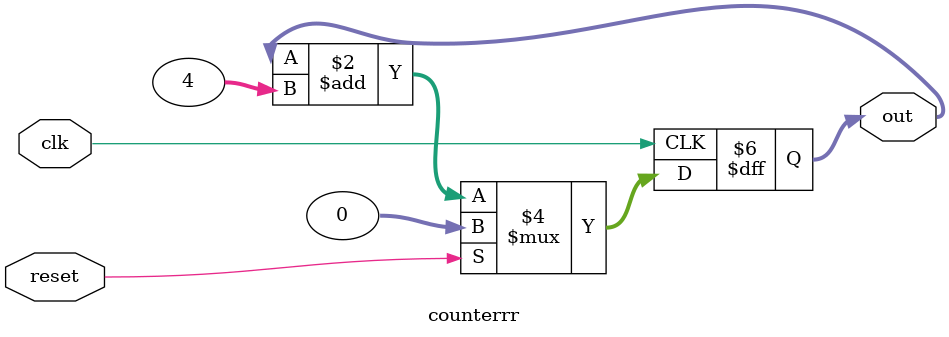
<source format=v>
`timescale 1ns / 1ps
module counterrr(clk,out,reset    );
input clk;
output reg [31:0] out;
input reset;
always @(posedge clk)
begin 
if(reset)
out=32'd0;
else
out<=out+32'd4;
end
endmodule

</source>
